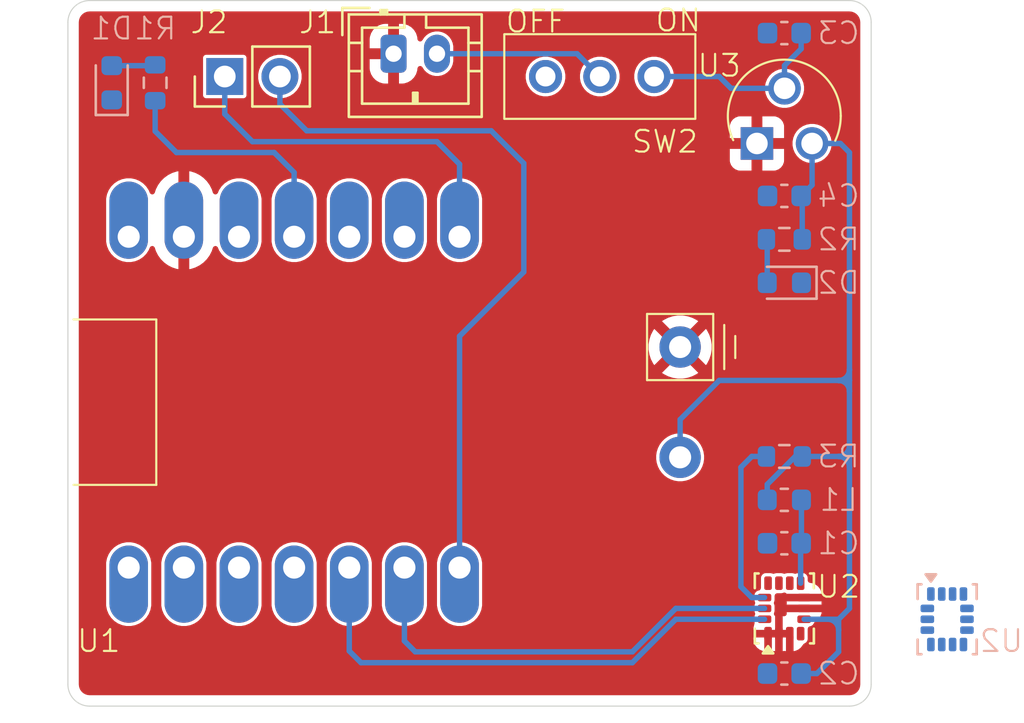
<source format=kicad_pcb>
(kicad_pcb (version 20241229) (generator "pcbnew") (generator_version "9.0")
  (layers (0 "F.Cu" signal) (2 "B.Cu" signal) (13 "F.Paste" user) (15 "B.Paste" user) (5 "F.SilkS" user "F.Silkscreen") (7 "B.SilkS" user "B.Silkscreen") (1 "F.Mask" user) (3 "B.Mask" user) (25 "Edge.Cuts" user))
  (net 0 "")
  (net 1 "Net-(U2-VDD)")
  (net 2 "GND")
  (net 3 "+3.3V")
  (net 4 "Net-(SW2-C)")
  (net 5 "Net-(D1-A)")
  (net 6 "Net-(D2-A)")
  (net 7 "Net-(J1-Pin_2)")
  (net 8 "/RX")
  (net 9 "/TX")
  (net 10 "/D10_LED")
  (net 11 "Net-(U2-CS)")
  (net 16 "/LSM6DS3_SDA")
  (net 22 "/LSM6DS3_SCL")
  (footprint "Package_LGA:LGA-14_3x2.5mm_P0.5mm_LayoutBorder3x4y" (layer "F.Cu") (at 83 145.5 90)
    (property "Reference" "U2" (at 1 2.5 0) (layer "F.SilkS") (effects (font (thickness 0.1))))
    (property "Value" "LSM6DS3")
    (fp_line (start 1.61 -1.36) (end 1.61 -1.185) (stroke (width 0.12)) (layer "F.SilkS"))
    (fp_line (start 0.935 -1.36) (end 1.61 -1.36) (stroke (width 0.12)) (layer "F.SilkS"))
    (fp_line (start -1.61 -1.36) (end -0.935 -1.36) (stroke (width 0.12)) (layer "F.SilkS"))
    (fp_line (start -1.61 -1.185) (end -1.61 -1.36) (stroke (width 0.12)) (layer "F.SilkS"))
    (fp_line (start 1.61 1.185) (end 1.61 1.36) (stroke (width 0.12)) (layer "F.SilkS"))
    (fp_line (start 1.61 1.36) (end 0.935 1.36) (stroke (width 0.12)) (layer "F.SilkS"))
    (fp_line (start -0.935 1.36) (end -1.61 1.36) (stroke (width 0.12)) (layer "F.SilkS"))
    (fp_line (start -1.61 1.36) (end -1.61 1.185) (stroke (width 0.12)) (layer "F.SilkS"))
    (fp_poly (pts (xy -1.74 -0.75) (xy -2.07 -0.51) (xy -2.07 -0.99)) (stroke (width 0.12)) (fill yes) (layer "F.SilkS"))
    (pad "1" smd roundrect (at -1.1625 -0.75 90) (size 0.625 0.35) (layers "F.Cu" "F.Mask" "F.Paste") (net 2 "GND"))
    (pad "2" smd roundrect (at -1.1625 -0.25 90) (size 0.625 0.35) (layers "F.Cu" "F.Mask" "F.Paste") (net 2 "GND"))
    (pad "3" smd roundrect (at -1.1625 0.25 90) (size 0.625 0.35) (layers "F.Cu" "F.Mask" "F.Paste") (net 2 "GND"))
    (pad "4" smd roundrect (at -1.1625 0.75 90) (size 0.625 0.35) (layers "F.Cu" "F.Mask" "F.Paste"))
    (pad "5" smd roundrect (at -0.5 0.9125 90) (size 0.35 0.625) (layers "F.Cu" "F.Mask" "F.Paste") (net 3 "+3.3V"))
    (pad "6" smd roundrect (at 0 0.9125 90) (size 0.35 0.625) (layers "F.Cu" "F.Mask" "F.Paste") (net 2 "GND"))
    (pad "7" smd roundrect (at 0.5 0.9125 90) (size 0.35 0.625) (layers "F.Cu" "F.Mask" "F.Paste") (net 2 "GND"))
    (pad "8" smd roundrect (at 1.1625 0.75 90) (size 0.625 0.35) (layers "F.Cu" "F.Mask" "F.Paste") (net 1 "Net-(U2-VDD)"))
    (pad "9" smd roundrect (at 1.1625 0.25 90) (size 0.625 0.35) (layers "F.Cu" "F.Mask" "F.Paste"))
    (pad "10" smd roundrect (at 1.1625 -0.25 90) (size 0.625 0.35) (layers "F.Cu" "F.Mask" "F.Paste"))
    (pad "11" smd roundrect (at 1.1625 -0.75 90) (size 0.625 0.35) (layers "F.Cu" "F.Mask" "F.Paste"))
    (pad "12" smd roundrect (at 0.5 -0.9125 90) (size 0.35 0.625) (layers "F.Cu" "F.Mask" "F.Paste") (net 11 "Net-(U2-CS)"))
    (pad "13" smd roundrect (at 0 -0.9125 90) (size 0.35 0.625) (layers "F.Cu" "F.Mask" "F.Paste") (net 22 "/LSM6DS3_SCL"))
    (pad "14" smd roundrect (at -0.5 -0.9125 90) (size 0.35 0.625) (layers "F.Cu" "F.Mask" "F.Paste") (net 16 "/LSM6DS3_SDA"))
  )
  (footprint "C3_GestureDriver_Footprints:XIAO_ESP32" (layer "F.Cu") (at 60.42 136 90)
    (property "Reference" "U1" (at -11 -9 0) (layer "F.SilkS") (effects (font (thickness 0.1))))
    (property "Value" "XIAO_ESP32")
    (fp_line (start -3.81 -10.16) (end -3.81 -6.35) (stroke (width 0.1)) (layer "F.SilkS"))
    (fp_line (start 3.81 -6.35) (end 3.81 -10.16) (stroke (width 0.1)) (layer "F.SilkS"))
    (fp_line (start -3.81 -6.35) (end 3.81 -6.35) (stroke (width 0.1)) (layer "F.SilkS"))
    (fp_line (start 4.064 16.256) (end 4.064 19.304) (stroke (width 0.1)) (layer "F.SilkS"))
    (fp_line (start 1.016 16.256) (end 4.064 16.256) (stroke (width 0.1)) (layer "F.SilkS"))
    (fp_line (start 4.064 19.304) (end 1.016 19.304) (stroke (width 0.1)) (layer "F.SilkS"))
    (fp_line (start 1.016 19.304) (end 1.016 16.256) (stroke (width 0.1)) (layer "F.SilkS"))
    (fp_line (start 1.524 19.812) (end 3.556 19.812) (stroke (width 0.1)) (layer "F.SilkS"))
    (fp_line (start 2.032 20.32) (end 3.048 20.32) (stroke (width 0.1)) (layer "F.SilkS"))
    (pad "1" thru_hole oval (at -7.62 -7.62 90) (size 3.556 1.778) (drill 1.016 (offset -0.762 0)) (layers "*.Cu" "*.Mask"))
    (pad "2" thru_hole oval (at -7.62 -5.08 90) (size 3.556 1.778) (drill 1.016 (offset -0.762 0)) (layers "*.Cu" "*.Mask"))
    (pad "3" thru_hole oval (at -7.62 -2.54 90) (size 3.556 1.778) (drill 1.016 (offset -0.762 0)) (layers "*.Cu" "*.Mask"))
    (pad "4" thru_hole oval (at -7.62 0 90) (size 3.556 1.778) (drill 1.016 (offset -0.762 0)) (layers "*.Cu" "*.Mask"))
    (pad "5" thru_hole oval (at -7.62 2.54 90) (size 3.556 1.778) (drill 1.016 (offset -0.762 0)) (layers "*.Cu" "*.Mask") (net 16 "/LSM6DS3_SDA"))
    (pad "6" thru_hole oval (at -7.62 5.08 90) (size 3.556 1.778) (drill 1.016 (offset -0.762 0)) (layers "*.Cu" "*.Mask") (net 22 "/LSM6DS3_SCL"))
    (pad "7" thru_hole oval (at -7.62 7.62 90) (size 3.556 1.778) (drill 1.016 (offset -0.762 0)) (layers "*.Cu" "*.Mask") (net 9 "/TX"))
    (pad "8" thru_hole oval (at 7.62 7.62 90) (size 3.556 1.778) (drill 1.016 (offset 0.762 0)) (layers "*.Cu" "*.Mask") (net 8 "/RX"))
    (pad "9" thru_hole oval (at 7.62 5.08 90) (size 3.556 1.778) (drill 1.016 (offset 0.762 0)) (layers "*.Cu" "*.Mask"))
    (pad "10" thru_hole oval (at 7.62 2.54 90) (size 3.556 1.778) (drill 1.016 (offset 0.762 0)) (layers "*.Cu" "*.Mask"))
    (pad "11" thru_hole oval (at 7.62 0 90) (size 3.556 1.778) (drill 1.016 (offset 0.762 0)) (layers "*.Cu" "*.Mask") (net 10 "/D10_LED"))
    (pad "12" thru_hole oval (at 7.62 -2.54 90) (size 3.556 1.778) (drill 1.016 (offset 0.762 0)) (layers "*.Cu" "*.Mask"))
    (pad "13" thru_hole oval (at 7.62 -5.08 90) (size 3.556 1.778) (drill 1.016 (offset 0.762 0)) (layers "*.Cu" "*.Mask") (net 2 "GND"))
    (pad "14" thru_hole oval (at 7.62 -7.62 90) (size 3.556 1.778) (drill 1.016 (offset 0.762 0)) (layers "*.Cu" "*.Mask"))
    (pad "15" thru_hole circle (at -2.54 17.78 90) (size 1.905 1.905) (drill 1.016) (layers "*.Cu" "*.Mask") (net 3 "+3.3V"))
    (pad "16" thru_hole circle (at 2.54 17.78 90) (size 1.905 1.905) (drill 1.016) (layers "*.Cu" "*.Mask") (net 2 "GND"))
  )
  (footprint "Connector_JST:JST_PH_B2B-PH-K_1x02_P2.00mm_Vertical" (layer "F.Cu") (at 65 119.95)
    (property "Reference" "J1" (at -3.5 -1.45 0) (layer "F.SilkS") (effects (font (thickness 0.1))))
    (property "Value" "BAT")
    (fp_line (start -2.36 -2.11) (end -2.36 -0.86) (stroke (width 0.12)) (layer "F.SilkS"))
    (fp_line (start -2.06 -0.5) (end -1.45 -0.5) (stroke (width 0.12)) (layer "F.SilkS"))
    (fp_line (start -2.06 0.8) (end -1.45 0.8) (stroke (width 0.12)) (layer "F.SilkS"))
    (fp_line (start -1.45 -1.2) (end -1.45 2.3) (stroke (width 0.12)) (layer "F.SilkS"))
    (fp_line (start -1.45 2.3) (end 3.45 2.3) (stroke (width 0.12)) (layer "F.SilkS"))
    (fp_line (start -1.11 -2.11) (end -2.36 -2.11) (stroke (width 0.12)) (layer "F.SilkS"))
    (fp_line (start -0.6 -2.01) (end -0.6 -1.81) (stroke (width 0.12)) (layer "F.SilkS"))
    (fp_line (start -0.3 -2.01) (end -0.6 -2.01) (stroke (width 0.12)) (layer "F.SilkS"))
    (fp_line (start -0.3 -1.91) (end -0.6 -1.91) (stroke (width 0.12)) (layer "F.SilkS"))
    (fp_line (start -0.3 -1.81) (end -0.3 -2.01) (stroke (width 0.12)) (layer "F.SilkS"))
    (fp_line (start 0.5 -1.81) (end 0.5 -1.2) (stroke (width 0.12)) (layer "F.SilkS"))
    (fp_line (start 0.5 -1.2) (end -1.45 -1.2) (stroke (width 0.12)) (layer "F.SilkS"))
    (fp_line (start 0.9 1.8) (end 1.1 1.8) (stroke (width 0.12)) (layer "F.SilkS"))
    (fp_line (start 0.9 2.3) (end 0.9 1.8) (stroke (width 0.12)) (layer "F.SilkS"))
    (fp_line (start 1 2.3) (end 1 1.8) (stroke (width 0.12)) (layer "F.SilkS"))
    (fp_line (start 1.1 1.8) (end 1.1 2.3) (stroke (width 0.12)) (layer "F.SilkS"))
    (fp_line (start 1.5 -1.2) (end 1.5 -1.81) (stroke (width 0.12)) (layer "F.SilkS"))
    (fp_line (start 3.45 -1.2) (end 1.5 -1.2) (stroke (width 0.12)) (layer "F.SilkS"))
    (fp_line (start 3.45 2.3) (end 3.45 -1.2) (stroke (width 0.12)) (layer "F.SilkS"))
    (fp_line (start 4.06 -0.5) (end 3.45 -0.5) (stroke (width 0.12)) (layer "F.SilkS"))
    (fp_line (start 4.06 0.8) (end 3.45 0.8) (stroke (width 0.12)) (layer "F.SilkS"))
    (fp_rect (start -2.06 -1.81) (end 4.06 2.91) (stroke (width 0.12)) (fill no) (layer "F.SilkS"))
    (pad "1" thru_hole roundrect (at 0 0) (size 1.2 1.75) (drill 0.75) (layers "*.Cu" "*.Mask") (roundrect_rratio 0.208333) (net 2 "GND"))
    (pad "2" thru_hole oval (at 2 0) (size 1.2 1.75) (drill 0.75) (layers "*.Cu" "*.Mask") (net 7 "Net-(J1-Pin_2)"))
  )
  (footprint "C3_GestureDriver_Footprints:SS-12D00-Gx" (layer "F.Cu") (at 74.5 121)
    (property "Reference" "SW2" (at 3 3 0) (layer "F.SilkS") (effects (font (thickness 0.1))))
    (property "Value" "SW_SPDT")
    (fp_rect (start -4.4 -1.95) (end 4.4 1.95) (stroke (width 0.1)) (fill no) (layer "F.SilkS"))
    (pad "1" thru_hole circle (at -2.5 0) (size 1.524 1.524) (drill 0.914) (layers "*.Cu" "*.Mask"))
    (pad "2" thru_hole circle (at 0 0) (size 1.524 1.524) (drill 0.914) (layers "*.Cu" "*.Mask") (net 7 "Net-(J1-Pin_2)"))
    (pad "3" thru_hole circle (at 2.5 0) (size 1.524 1.524) (drill 0.914) (layers "*.Cu" "*.Mask") (net 4 "Net-(SW2-C)"))
  )
  (footprint "Connector_PinHeader_2.54mm:PinHeader_1x02_P2.54mm_Vertical" (layer "F.Cu") (at 57.225 121 90)
    (property "Reference" "J2" (at 2.5 -0.725 0) (layer "F.SilkS") (effects (font (thickness 0.1))))
    (property "Value" "USART")
    (fp_line (start -1.38 -1.38) (end 0 -1.38) (stroke (width 0.12)) (layer "F.SilkS"))
    (fp_line (start -1.38 0) (end -1.38 -1.38) (stroke (width 0.12)) (layer "F.SilkS"))
    (fp_line (start 1.38 1.27) (end 1.38 3.92) (stroke (width 0.12)) (layer "F.SilkS"))
    (fp_line (start -1.38 1.27) (end 1.38 1.27) (stroke (width 0.12)) (layer "F.SilkS"))
    (fp_line (start -1.38 1.27) (end -1.38 3.92) (stroke (width 0.12)) (layer "F.SilkS"))
    (fp_line (start -1.38 3.92) (end 1.38 3.92) (stroke (width 0.12)) (layer "F.SilkS"))
    (pad "1" thru_hole rect (at 0 0 90) (size 1.7 1.7) (drill 1) (layers "*.Cu" "*.Mask") (net 8 "/RX"))
    (pad "2" thru_hole circle (at 0 2.54 90) (size 1.7 1.7) (drill 1) (layers "*.Cu" "*.Mask") (net 9 "/TX"))
  )
  (footprint "MCP1700-3302E_TO:TO127P254X495-3" (layer "F.Cu") (at 84.278344 121.543948)
    (property "Reference" "U3" (at -4.278344 -1.043948 0) (layer "F.SilkS") (effects (font (thickness 0.1))))
    (property "Value" "MCP1700-3302E_TO" (hide yes))
    (fp_arc (start -3.6322 2.3876) (mid -1.85195 -1.256855) (end 1.3208 1.27) (stroke (width 0.1)) (layer "F.SilkS"))
    (fp_arc (start 1.3208 1.27) (mid 1.256389 1.855409) (end 1.0668 2.413) (stroke (width 0.1)) (layer "F.SilkS"))
    (pad "1" thru_hole rect (at -2.54 2.54) (size 1.4986 1.4986) (drill 0.9906) (layers "*.Cu" "*.Mask") (net 2 "GND"))
    (pad "2" thru_hole circle (at -1.27 0) (size 1.4986 1.4986) (drill 0.9906) (layers "*.Cu" "*.Mask") (net 4 "Net-(SW2-C)"))
    (pad "3" thru_hole circle (at 0 2.54) (size 1.4986 1.4986) (drill 0.9906) (layers "*.Cu" "*.Mask") (net 3 "+3.3V"))
  )
  (footprint "Capacitor_SMD:C_0603_1608Metric" (layer "B.Cu") (at 83 119 180)
    (property "Reference" "C3" (at -2.5 0 0) (layer "B.SilkS") (effects (font (thickness 0.1)) (justify mirror)))
    (property "Value" "10uF")
    (fp_line (start -0.14058 0.51) (end 0.14058 0.51) (stroke (width 0.12)) (layer "B.SilkS"))
    (fp_line (start -0.14058 -0.51) (end 0.14058 -0.51) (stroke (width 0.12)) (layer "B.SilkS"))
    (pad "1" smd roundrect (at -0.775 0 180) (size 0.9 0.95) (layers "B.Cu" "B.Mask" "B.Paste") (net 4 "Net-(SW2-C)"))
    (pad "2" smd roundrect (at 0.775 0 180) (size 0.9 0.95) (layers "B.Cu" "B.Mask" "B.Paste") (net 2 "GND"))
  )
  (footprint "LED_SMD:LED_0603_1608Metric" (layer "B.Cu") (at 83 130.5 180)
    (property "Reference" "D2" (at -2.5 0 0) (layer "B.SilkS") (effects (font (thickness 0.1)) (justify mirror)))
    (property "Value" "POWER")
    (fp_line (start 0.8 0.735) (end -1.485 0.735) (stroke (width 0.12)) (layer "B.SilkS"))
    (fp_line (start -1.485 0.735) (end -1.485 -0.735) (stroke (width 0.12)) (layer "B.SilkS"))
    (fp_line (start -1.485 -0.735) (end 0.8 -0.735) (stroke (width 0.12)) (layer "B.SilkS"))
    (pad "1" smd roundrect (at -0.7875 0 180) (size 0.875 0.95) (layers "B.Cu" "B.Mask" "B.Paste") (net 2 "GND"))
    (pad "2" smd roundrect (at 0.7875 0 180) (size 0.875 0.95) (layers "B.Cu" "B.Mask" "B.Paste") (net 6 "Net-(D2-A)"))
  )
  (footprint "Inductor_SMD:L_0603_1608Metric" (layer "B.Cu") (at 83 140.5)
    (property "Reference" "L1" (at 2.5 0 0) (layer "B.SilkS") (effects (font (thickness 0.1)) (justify mirror)))
    (property "Value" "30Ω")
    (fp_line (start -0.162779 -0.51) (end 0.162779 -0.51) (stroke (width 0.12)) (layer "B.SilkS"))
    (fp_line (start -0.162779 0.51) (end 0.162779 0.51) (stroke (width 0.12)) (layer "B.SilkS"))
    (pad "1" smd roundrect (at -0.7875 0) (size 0.875 0.95) (layers "B.Cu" "B.Mask" "B.Paste") (net 3 "+3.3V"))
    (pad "2" smd roundrect (at 0.7875 0) (size 0.875 0.95) (layers "B.Cu" "B.Mask" "B.Paste") (net 1 "Net-(U2-VDD)"))
  )
  (footprint "LED_SMD:LED_0603_1608Metric" (layer "B.Cu") (at 52.01875 121.2875 90)
    (property "Reference" "D1" (at 2.5 0 0) (layer "B.SilkS") (effects (font (thickness 0.1)) (justify mirror)))
    (property "Value" "LED")
    (fp_line (start -1.485 -0.735) (end 0.8 -0.735) (stroke (width 0.12)) (layer "B.SilkS"))
    (fp_line (start 0.8 0.735) (end -1.485 0.735) (stroke (width 0.12)) (layer "B.SilkS"))
    (fp_line (start -1.485 0.735) (end -1.485 -0.735) (stroke (width 0.12)) (layer "B.SilkS"))
    (pad "1" smd roundrect (at -0.7875 0 90) (size 0.875 0.95) (layers "B.Cu" "B.Mask" "B.Paste") (net 2 "GND"))
    (pad "2" smd roundrect (at 0.7875 0 90) (size 0.875 0.95) (layers "B.Cu" "B.Mask" "B.Paste") (net 5 "Net-(D1-A)"))
  )
  (footprint "Capacitor_SMD:C_0603_1608Metric" (layer "B.Cu") (at 83 142.5 180)
    (property "Reference" "C1" (at -2.5 0 0) (layer "B.SilkS") (effects (font (thickness 0.1)) (justify mirror)))
    (property "Value" "0.1uF")
    (fp_line (start -0.14058 0.51) (end 0.14058 0.51) (stroke (width 0.12)) (layer "B.SilkS"))
    (fp_line (start -0.14058 -0.51) (end 0.14058 -0.51) (stroke (width 0.12)) (layer "B.SilkS"))
    (pad "1" smd roundrect (at -0.775 0 180) (size 0.9 0.95) (layers "B.Cu" "B.Mask" "B.Paste") (net 1 "Net-(U2-VDD)"))
    (pad "2" smd roundrect (at 0.775 0 180) (size 0.9 0.95) (layers "B.Cu" "B.Mask" "B.Paste") (net 2 "GND"))
  )
  (footprint "Resistor_SMD:R_0603_1608Metric" (layer "B.Cu") (at 83 138.5 180)
    (property "Reference" "R3" (at -2.5 0 0) (layer "B.SilkS") (effects (font (thickness 0.1)) (justify mirror)))
    (property "Value" "10k")
    (fp_line (start -0.237258 0.5225) (end 0.237258 0.5225) (stroke (width 0.12)) (layer "B.SilkS"))
    (fp_line (start -0.237258 -0.5225) (end 0.237258 -0.5225) (stroke (width 0.12)) (layer "B.SilkS"))
    (pad "1" smd roundrect (at -0.825 0 180) (size 0.8 0.95) (layers "B.Cu" "B.Mask" "B.Paste") (net 3 "+3.3V"))
    (pad "2" smd roundrect (at 0.825 0 180) (size 0.8 0.95) (layers "B.Cu" "B.Mask" "B.Paste") (net 11 "Net-(U2-CS)"))
  )
  (footprint "Package_LGA:LGA-14_3x2.5mm_P0.5mm_LayoutBorder3x4y" (layer "B.Cu") (at 90.5 146 -90)
    (property "Reference" "U2" (at 1 -2.5 0) (layer "B.SilkS") (effects (font (thickness 0.1)) (justify mirror)))
    (property "Value" "LSM6DS3")
    (fp_line (start -1.61 1.36) (end -0.935 1.36) (stroke (width 0.12)) (layer "B.SilkS"))
    (fp_line (start 0.935 1.36) (end 1.61 1.36) (stroke (width 0.12)) (layer "B.SilkS"))
    (fp_line (start 1.61 1.36) (end 1.61 1.185) (stroke (width 0.12)) (layer "B.SilkS"))
    (fp_line (start -1.61 1.185) (end -1.61 1.36) (stroke (width 0.12)) (layer "B.SilkS"))
    (fp_line (start 1.61 -1.185) (end 1.61 -1.36) (stroke (width 0.12)) (layer "B.SilkS"))
    (fp_line (start -1.61 -1.36) (end -1.61 -1.185) (stroke (width 0.12)) (layer "B.SilkS"))
    (fp_line (start -0.935 -1.36) (end -1.61 -1.36) (stroke (width 0.12)) (layer "B.SilkS"))
    (fp_line (start 1.61 -1.36) (end 0.935 -1.36) (stroke (width 0.12)) (layer "B.SilkS"))
    (fp_poly (pts (xy -1.74 0.75) (xy -2.07 0.51) (xy -2.07 0.99)) (stroke (width 0.12)) (fill yes) (layer "B.SilkS"))
    (pad "1" smd roundrect (at -1.1625 0.75 270) (size 0.625 0.35) (layers "B.Cu" "B.Mask" "B.Paste"))
    (pad "2" smd roundrect (at -1.1625 0.25 270) (size 0.625 0.35) (layers "B.Cu" "B.Mask" "B.Paste"))
    (pad "3" smd roundrect (at -1.1625 -0.25 270) (size 0.625 0.35) (layers "B.Cu" "B.Mask" "B.Paste"))
    (pad "4" smd roundrect (at -1.1625 -0.75 270) (size 0.625 0.35) (layers "B.Cu" "B.Mask" "B.Paste"))
    (pad "5" smd roundrect (at -0.5 -0.9125 270) (size 0.35 0.625) (layers "B.Cu" "B.Mask" "B.Paste"))
    (pad "6" smd roundrect (at 0 -0.9125 270) (size 0.35 0.625) (layers "B.Cu" "B.Mask" "B.Paste"))
    (pad "7" smd roundrect (at 0.5 -0.9125 270) (size 0.35 0.625) (layers "B.Cu" "B.Mask" "B.Paste"))
    (pad "8" smd roundrect (at 1.1625 -0.75 270) (size 0.625 0.35) (layers "B.Cu" "B.Mask" "B.Paste"))
    (pad "9" smd roundrect (at 1.1625 -0.25 270) (size 0.625 0.35) (layers "B.Cu" "B.Mask" "B.Paste"))
    (pad "10" smd roundrect (at 1.1625 0.25 270) (size 0.625 0.35) (layers "B.Cu" "B.Mask" "B.Paste"))
    (pad "11" smd roundrect (at 1.1625 0.75 270) (size 0.625 0.35) (layers "B.Cu" "B.Mask" "B.Paste"))
    (pad "12" smd roundrect (at 0.5 0.9125 270) (size 0.35 0.625) (layers "B.Cu" "B.Mask" "B.Paste"))
    (pad "13" smd roundrect (at 0 0.9125 270) (size 0.35 0.625) (layers "B.Cu" "B.Mask" "B.Paste"))
    (pad "14" smd roundrect (at -0.5 0.9125 270) (size 0.35 0.625) (layers "B.Cu" "B.Mask" "B.Paste"))
  )
  (footprint "Capacitor_SMD:C_0603_1608Metric" (layer "B.Cu") (at 83 148.5 180)
    (property "Reference" "C2" (at -2.5 0 0) (layer "B.SilkS") (effects (font (thickness 0.1)) (justify mirror)))
    (property "Value" "0.1uF")
    (fp_line (start -0.14058 0.51) (end 0.14058 0.51) (stroke (width 0.12)) (layer "B.SilkS"))
    (fp_line (start -0.14058 -0.51) (end 0.14058 -0.51) (stroke (width 0.12)) (layer "B.SilkS"))
    (pad "1" smd roundrect (at -0.775 0 180) (size 0.9 0.95) (layers "B.Cu" "B.Mask" "B.Paste") (net 3 "+3.3V"))
    (pad "2" smd roundrect (at 0.775 0 180) (size 0.9 0.95) (layers "B.Cu" "B.Mask" "B.Paste") (net 2 "GND"))
  )
  (footprint "Capacitor_SMD:C_0603_1608Metric" (layer "B.Cu") (at 83 126.5 180)
    (property "Reference" "C4" (at -2.5 0 0) (layer "B.SilkS") (effects (font (thickness 0.1)) (justify mirror)))
    (property "Value" "10uF")
    (fp_line (start -0.14058 0.51) (end 0.14058 0.51) (stroke (width 0.12)) (layer "B.SilkS"))
    (fp_line (start -0.14058 -0.51) (end 0.14058 -0.51) (stroke (width 0.12)) (layer "B.SilkS"))
    (pad "1" smd roundrect (at -0.775 0 180) (size 0.9 0.95) (layers "B.Cu" "B.Mask" "B.Paste") (net 3 "+3.3V"))
    (pad "2" smd roundrect (at 0.775 0 180) (size 0.9 0.95) (layers "B.Cu" "B.Mask" "B.Paste") (net 2 "GND"))
  )
  (footprint "Resistor_SMD:R_0603_1608Metric" (layer "B.Cu") (at 54.01875 121.2875 90)
    (property "Reference" "R1" (at 2.5 0 0) (layer "B.SilkS") (effects (font (thickness 0.1)) (justify mirror)))
    (property "Value" "150Ω")
    (fp_line (start -0.237258 -0.5225) (end 0.237258 -0.5225) (stroke (width 0.12)) (layer "B.SilkS"))
    (fp_line (start -0.237258 0.5225) (end 0.237258 0.5225) (stroke (width 0.12)) (layer "B.SilkS"))
    (pad "1" smd roundrect (at -0.825 0 90) (size 0.8 0.95) (layers "B.Cu" "B.Mask" "B.Paste") (net 10 "/D10_LED"))
    (pad "2" smd roundrect (at 0.825 0 90) (size 0.8 0.95) (layers "B.Cu" "B.Mask" "B.Paste") (net 5 "Net-(D1-A)"))
  )
  (footprint "Resistor_SMD:R_0603_1608Metric" (layer "B.Cu") (at 83 128.5 180)
    (property "Reference" "R2" (at -2.5 0 0) (layer "B.SilkS") (effects (font (thickness 0.1)) (justify mirror)))
    (property "Value" "10k")
    (fp_line (start -0.237258 0.5225) (end 0.237258 0.5225) (stroke (width 0.12)) (layer "B.SilkS"))
    (fp_line (start -0.237258 -0.5225) (end 0.237258 -0.5225) (stroke (width 0.12)) (layer "B.SilkS"))
    (pad "1" smd roundrect (at -0.825 0 180) (size 0.8 0.95) (layers "B.Cu" "B.Mask" "B.Paste") (net 3 "+3.3V"))
    (pad "2" smd roundrect (at 0.825 0 180) (size 0.8 0.95) (layers "B.Cu" "B.Mask" "B.Paste") (net 6 "Net-(D2-A)"))
  )
  (gr_arc (start 51 150) (mid 50.292893 149.707107) (end 50 149) (stroke (width 0.05)) (layer "Edge.Cuts"))
  (gr_line (start 51 117.5) (end 86 117.5) (stroke (width 0.05)) (layer "Edge.Cuts"))
  (gr_arc (start 87 149) (mid 86.707107 149.707107) (end 86 150) (stroke (width 0.05)) (layer "Edge.Cuts"))
  (gr_line (start 87 118.5) (end 87 149) (stroke (width 0.05)) (layer "Edge.Cuts"))
  (gr_line (start 50 149) (end 50 118.5) (stroke (width 0.05)) (layer "Edge.Cuts"))
  (gr_arc (start 86 117.5) (mid 86.707107 117.792893) (end 87 118.5) (stroke (width 0.05)) (layer "Edge.Cuts"))
  (gr_arc (start 50 118.5) (mid 50.292893 117.792893) (end 51 117.5) (stroke (width 0.05)) (layer "Edge.Cuts"))
  (gr_line (start 86 150) (end 51 150) (stroke (width 0.05)) (layer "Edge.Cuts"))
  (gr_text "OFF" (at 70.1 119.05 0) (layer "F.SilkS") (effects (font (size 1 1) (thickness 0.1)) (justify left bottom)))
  (gr_text "ON" (at 77 119 0) (layer "F.SilkS") (effects (font (size 1 1) (thickness 0.1)) (justify left bottom)))
  (segment (start 83.7875 140.5) (end 83.7875 142.4875) (width 0.25) (layer "B.Cu") (net 1))
  (segment (start 83.75 144.3375) (end 83.75 142.525) (width 0.25) (layer "B.Cu") (net 1))
  (segment (start 83.75 142.525) (end 83.775 142.5) (width 0.25) (layer "B.Cu") (net 1))
  (segment (start 83.7875 142.4875) (end 83.775 142.5) (width 0.25) (layer "B.Cu") (net 1))
  (segment (start 86 138) (end 86 138.5) (width 0.25) (layer "B.Cu") (net 3))
  (segment (start 86 124.5) (end 86 134.5) (width 0.25) (layer "B.Cu") (net 3))
  (segment (start 86 138.5) (end 86 139) (width 0.25) (layer "B.Cu") (net 3))
  (segment (start 85.5 138.5) (end 83.825 138.5) (width 0.25) (layer "B.Cu") (net 3))
  (segment (start 83.825 138.5) (end 83.5 138.5) (width 0.25) (layer "B.Cu") (net 3))
  (segment (start 86 134.5) (end 86 135) (width 0.25) (layer "B.Cu") (net 3))
  (segment (start 83.775 126.775) (end 83.825 126.825) (width 0.25) (layer "B.Cu") (net 3))
  (segment (start 85.583948 124.083948) (end 86 124.5) (width 0.25) (layer "B.Cu") (net 3))
  (segment (start 83.775 148.5) (end 84.5 148.5) (width 0.25) (layer "B.Cu") (net 3))
  (segment (start 83.5 138.5) (end 82.2125 139.7875) (width 0.25) (layer "B.Cu") (net 3))
  (segment (start 84.278344 124.083948) (end 85.583948 124.083948) (width 0.25) (layer "B.Cu") (net 3))
  (segment (start 80 135) (end 85.5 135) (width 0.25) (layer "B.Cu") (net 3))
  (segment (start 84.5 148.5) (end 85.5 147.5) (width 0.25) (layer "B.Cu") (net 3))
  (segment (start 85.5 138.5) (end 86 138.5) (width 0.25) (layer "B.Cu") (net 3))
  (segment (start 85.5 146) (end 85 146) (width 0.25) (layer "B.Cu") (net 3))
  (segment (start 84.278344 124.083948) (end 84.278344 125.996656) (width 0.25) (layer "B.Cu") (net 3))
  (segment (start 85.5 147.5) (end 85.5 146.5) (width 0.25) (layer "B.Cu") (net 3))
  (segment (start 83.825 126.825) (end 83.825 128.5) (width 0.25) (layer "B.Cu") (net 3))
  (segment (start 86 145.5) (end 85.5 146) (width 0.25) (layer "B.Cu") (net 3))
  (segment (start 85.5 135) (end 86 135) (width 0.25) (layer "B.Cu") (net 3))
  (segment (start 82.2125 139.7875) (end 82.2125 140.5) (width 0.25) (layer "B.Cu") (net 3))
  (segment (start 78.2 138.54) (end 78.2 136.8) (width 0.25) (layer "B.Cu") (net 3))
  (segment (start 83.775 126.5) (end 83.775 126.775) (width 0.25) (layer "B.Cu") (net 3))
  (segment (start 85 146) (end 83.9125 146) (width 0.25) (layer "B.Cu") (net 3))
  (segment (start 86 135) (end 86 135.5) (width 0.25) (layer "B.Cu") (net 3))
  (segment (start 84.278344 125.996656) (end 83.775 126.5) (width 0.25) (layer "B.Cu") (net 3))
  (segment (start 78.2 136.8) (end 80 135) (width 0.25) (layer "B.Cu") (net 3))
  (segment (start 86 135.5) (end 86 138) (width 0.25) (layer "B.Cu") (net 3))
  (segment (start 86 139) (end 86 145.5) (width 0.25) (layer "B.Cu") (net 3))
  (segment (start 85.5 146.5) (end 85.5 146) (width 0.25) (layer "B.Cu") (net 3))
  (arc (start 85.5 138.5) (mid 85.853553 138.646447) (end 86 139) (width 0.25) (layer "B.Cu") (net 3))
  (arc (start 85 146) (mid 85.353553 146.146447) (end 85.5 146.5) (width 0.25) (layer "B.Cu") (net 3))
  (arc (start 85.5 135) (mid 85.853553 135.146447) (end 86 135.5) (width 0.25) (layer "B.Cu") (net 3))
  (arc (start 85.5 135) (mid 85.853553 134.853553) (end 86 134.5) (width 0.25) (layer "B.Cu") (net 3))
  (arc (start 85.5 138.5) (mid 85.853553 138.353553) (end 86 138) (width 0.25) (layer "B.Cu") (net 3))
  (segment (start 80.543948 121.543948) (end 83.008344 121.543948) (width 0.25) (layer "B.Cu") (net 4))
  (segment (start 77 121) (end 80 121) (width 0.25) (layer "B.Cu") (net 4))
  (segment (start 83.775 119.725) (end 83.775 119) (width 0.25) (layer "B.Cu") (net 4))
  (segment (start 83.008344 121.543948) (end 83.008344 120.491656) (width 0.25) (layer "B.Cu") (net 4))
  (segment (start 80 121) (end 80.543948 121.543948) (width 0.25) (layer "B.Cu") (net 4))
  (segment (start 83.008344 120.491656) (end 83.775 119.725) (width 0.25) (layer "B.Cu") (net 4))
  (segment (start 53.98125 120.5) (end 54.01875 120.4625) (width 0.25) (layer "B.Cu") (net 5))
  (segment (start 52.01875 120.5) (end 53.98125 120.5) (width 0.25) (layer "B.Cu") (net 5))
  (segment (start 82.2125 130.5) (end 82.2125 128.5375) (width 0.25) (layer "B.Cu") (net 6))
  (segment (start 82.2125 128.5375) (end 82.175 128.5) (width 0.25) (layer "B.Cu") (net 6))
  (segment (start 67 119.95) (end 73.45 119.95) (width 0.25) (layer "B.Cu") (net 7))
  (segment (start 73.45 119.95) (end 74.5 121) (width 0.25) (layer "B.Cu") (net 7))
  (segment (start 58.5 124) (end 67 124) (width 0.25) (layer "B.Cu") (net 8))
  (segment (start 57.225 121) (end 57.225 122.725) (width 0.25) (layer "B.Cu") (net 8))
  (segment (start 57.225 122.725) (end 58.5 124) (width 0.25) (layer "B.Cu") (net 8))
  (segment (start 67 124) (end 68.04 125.04) (width 0.25) (layer "B.Cu") (net 8))
  (segment (start 68.04 125.04) (end 68.04 128.38) (width 0.25) (layer "B.Cu") (net 8))
  (segment (start 68.04 132.96) (end 71 130) (width 0.25) (layer "B.Cu") (net 9))
  (segment (start 71 130) (end 71 125) (width 0.25) (layer "B.Cu") (net 9))
  (segment (start 71 125) (end 69.5 123.5) (width 0.25) (layer "B.Cu") (net 9))
  (segment (start 59.765 122.265) (end 59.765 121) (width 0.25) (layer "B.Cu") (net 9))
  (segment (start 69.5 123.5) (end 61 123.5) (width 0.25) (layer "B.Cu") (net 9))
  (segment (start 68.04 143.62) (end 68.04 132.96) (width 0.25) (layer "B.Cu") (net 9))
  (segment (start 61 123.5) (end 59.765 122.265) (width 0.25) (layer "B.Cu") (net 9))
  (segment (start 60.42 125.42) (end 59.5 124.5) (width 0.25) (layer "B.Cu") (net 10))
  (segment (start 55 124.5) (end 54.01875 123.51875) (width 0.25) (layer "B.Cu") (net 10))
  (segment (start 59.5 124.5) (end 55 124.5) (width 0.25) (layer "B.Cu") (net 10))
  (segment (start 54.01875 123.51875) (end 54.01875 122.1125) (width 0.25) (layer "B.Cu") (net 10))
  (segment (start 60.42 128.38) (end 60.42 125.42) (width 0.25) (layer "B.Cu") (net 10))
  (segment (start 82.0875 145) (end 81.5 145) (width 0.25) (layer "B.Cu") (net 11))
  (segment (start 81.5 138.5) (end 82.175 138.5) (width 0.25) (layer "B.Cu") (net 11))
  (segment (start 81.5 145) (end 81 144.5) (width 0.25) (layer "B.Cu") (net 11))
  (segment (start 81 139) (end 81 144.5) (width 0.25) (layer "B.Cu") (net 11))
  (segment (start 81 139) (end 81.5 138.5) (width 0.25) (layer "B.Cu") (net 11))
  (segment (start 62.96 143.62) (end 62.96 147.46) (width 0.25) (layer "B.Cu") (net 16))
  (segment (start 62.96 147.46) (end 63.5 148) (width 0.25) (layer "B.Cu") (net 16))
  (segment (start 76 148) (end 78 146) (width 0.25) (layer "B.Cu") (net 16))
  (segment (start 78 146) (end 82.0875 146) (width 0.25) (layer "B.Cu") (net 16))
  (segment (start 63.5 148) (end 76 148) (width 0.25) (layer "B.Cu") (net 16))
  (segment (start 66 147.5) (end 76 147.5) (width 0.25) (layer "B.Cu") (net 22))
  (segment (start 65.5 143.62) (end 65.5 147) (width 0.25) (layer "B.Cu") (net 22))
  (segment (start 76 147.5) (end 78 145.5) (width 0.25) (layer "B.Cu") (net 22))
  (segment (start 78 145.5) (end 82.0875 145.5) (width 0.25) (layer "B.Cu") (net 22))
  (segment (start 65.5 147) (end 66 147.5) (width 0.25) (layer "B.Cu") (net 22))
  (zone (net 2) (net_name "GND") (layer "F.Cu") (connect_pads (clearance 0)) (min_thickness 0.25) (fill yes (thermal_gap 0.5) (thermal_bridge_width 0.5))
    (polygon (pts (xy 50.5 118) (xy 50.5 149.5) (xy 86.5 149.5) (xy 86.5 118)))
  )
)
</source>
